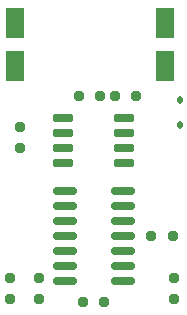
<source format=gbr>
%TF.GenerationSoftware,KiCad,Pcbnew,(7.0.0-rc2-224-g3ecd6ec186)*%
%TF.CreationDate,2023-02-20T11:58:51+01:00*%
%TF.ProjectId,TA726,54413732-362e-46b6-9963-61645f706362,rev?*%
%TF.SameCoordinates,Original*%
%TF.FileFunction,Paste,Top*%
%TF.FilePolarity,Positive*%
%FSLAX46Y46*%
G04 Gerber Fmt 4.6, Leading zero omitted, Abs format (unit mm)*
G04 Created by KiCad (PCBNEW (7.0.0-rc2-224-g3ecd6ec186)) date 2023-02-20 11:58:51*
%MOMM*%
%LPD*%
G01*
G04 APERTURE LIST*
G04 Aperture macros list*
%AMRoundRect*
0 Rectangle with rounded corners*
0 $1 Rounding radius*
0 $2 $3 $4 $5 $6 $7 $8 $9 X,Y pos of 4 corners*
0 Add a 4 corners polygon primitive as box body*
4,1,4,$2,$3,$4,$5,$6,$7,$8,$9,$2,$3,0*
0 Add four circle primitives for the rounded corners*
1,1,$1+$1,$2,$3*
1,1,$1+$1,$4,$5*
1,1,$1+$1,$6,$7*
1,1,$1+$1,$8,$9*
0 Add four rect primitives between the rounded corners*
20,1,$1+$1,$2,$3,$4,$5,0*
20,1,$1+$1,$4,$5,$6,$7,0*
20,1,$1+$1,$6,$7,$8,$9,0*
20,1,$1+$1,$8,$9,$2,$3,0*%
G04 Aperture macros list end*
%ADD10RoundRect,0.175000X-0.252500X0.218750X-0.252500X-0.218750X0.252500X-0.218750X0.252500X0.218750X0*%
%ADD11RoundRect,0.250000X-0.550000X1.050000X-0.550000X-1.050000X0.550000X-1.050000X0.550000X1.050000X0*%
%ADD12RoundRect,0.175000X0.252500X-0.218750X0.252500X0.218750X-0.252500X0.218750X-0.252500X-0.218750X0*%
%ADD13RoundRect,0.175000X-0.218750X-0.252500X0.218750X-0.252500X0.218750X0.252500X-0.218750X0.252500X0*%
%ADD14RoundRect,0.175000X0.218750X0.252500X-0.218750X0.252500X-0.218750X-0.252500X0.218750X-0.252500X0*%
%ADD15RoundRect,0.150000X-0.725000X-0.150000X0.725000X-0.150000X0.725000X0.150000X-0.725000X0.150000X0*%
%ADD16RoundRect,0.150000X-0.825000X-0.150000X0.825000X-0.150000X0.825000X0.150000X-0.825000X0.150000X0*%
%ADD17RoundRect,0.112500X0.112500X-0.187500X0.112500X0.187500X-0.112500X0.187500X-0.112500X-0.187500X0*%
G04 APERTURE END LIST*
D10*
%TO.C,R2*%
X204495400Y-101741400D03*
X204495400Y-103541400D03*
%TD*%
%TO.C,R5*%
X218414600Y-101741400D03*
X218414600Y-103541400D03*
%TD*%
D11*
%TO.C,C13*%
X217653307Y-80150000D03*
X217653307Y-83750000D03*
%TD*%
D12*
%TO.C,C1*%
X205409800Y-90739800D03*
X205409800Y-88939800D03*
%TD*%
D13*
%TO.C,C2*%
X216500000Y-98200000D03*
X218300000Y-98200000D03*
%TD*%
D11*
%TO.C,C12*%
X204950000Y-80150000D03*
X204950000Y-83750000D03*
%TD*%
D14*
%TO.C,R4*%
X212500000Y-103809800D03*
X210700000Y-103809800D03*
%TD*%
D13*
%TO.C,C3*%
X213400000Y-86334600D03*
X215200000Y-86334600D03*
%TD*%
%TO.C,R1*%
X210377200Y-86334600D03*
X212177200Y-86334600D03*
%TD*%
D15*
%TO.C,U2*%
X209050000Y-88230000D03*
X209050000Y-89500000D03*
X209050000Y-90770000D03*
X209050000Y-92040000D03*
X214200000Y-92040000D03*
X214200000Y-90770000D03*
X214200000Y-89500000D03*
X214200000Y-88230000D03*
%TD*%
D10*
%TO.C,R3*%
X207010000Y-101741400D03*
X207010000Y-103541400D03*
%TD*%
D16*
%TO.C,U1*%
X209175000Y-94390000D03*
X209175000Y-95660000D03*
X209175000Y-96930000D03*
X209175000Y-98200000D03*
X209175000Y-99470000D03*
X209175000Y-100740000D03*
X209175000Y-102010000D03*
X214125000Y-102010000D03*
X214125000Y-100740000D03*
X214125000Y-99470000D03*
X214125000Y-98200000D03*
X214125000Y-96930000D03*
X214125000Y-95660000D03*
X214125000Y-94390000D03*
%TD*%
D17*
%TO.C,D1*%
X218950000Y-88800000D03*
X218950000Y-86700000D03*
%TD*%
M02*

</source>
